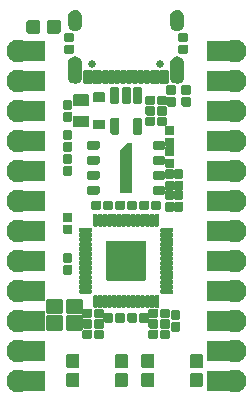
<source format=gbr>
%TF.GenerationSoftware,KiCad,Pcbnew,(5.1.10-6-gecec324121)-1*%
%TF.CreationDate,2021-07-07T13:29:09-07:00*%
%TF.ProjectId,SparkFun_ProMicro-RP2040,53706172-6b46-4756-9e5f-50726f4d6963,rev?*%
%TF.SameCoordinates,Original*%
%TF.FileFunction,Soldermask,Top*%
%TF.FilePolarity,Negative*%
%FSLAX46Y46*%
G04 Gerber Fmt 4.6, Leading zero omitted, Abs format (unit mm)*
G04 Created by KiCad (PCBNEW (5.1.10-6-gecec324121)-1) date 2021-07-07 13:29:09*
%MOMM*%
%LPD*%
G01*
G04 APERTURE LIST*
%ADD10C,0.100000*%
%ADD11C,1.953200*%
%ADD12C,1.219200*%
%ADD13O,0.803200X1.403200*%
%ADD14C,0.650000*%
G04 APERTURE END LIST*
D10*
%TO.C,J3*%
G36*
X139611100Y-119418100D02*
G01*
X141643100Y-119418100D01*
X141643100Y-120243600D01*
X141643100Y-121069100D01*
X139611100Y-121069100D01*
X139611100Y-119418100D01*
G37*
G36*
X139611100Y-116878100D02*
G01*
X141643100Y-116878100D01*
X141643100Y-117703600D01*
X141643100Y-118529100D01*
X139611100Y-118529100D01*
X139611100Y-116878100D01*
G37*
G36*
X139611100Y-111798100D02*
G01*
X141643100Y-111798100D01*
X141643100Y-112623600D01*
X141643100Y-113449100D01*
X139611100Y-113449100D01*
X139611100Y-111798100D01*
G37*
G36*
X139611100Y-114338100D02*
G01*
X141643100Y-114338100D01*
X141643100Y-115163600D01*
X141643100Y-115989100D01*
X139611100Y-115989100D01*
X139611100Y-114338100D01*
G37*
G36*
X139611100Y-109258100D02*
G01*
X141643100Y-109258100D01*
X141643100Y-110083600D01*
X141643100Y-110909100D01*
X139611100Y-110909100D01*
X139611100Y-109258100D01*
G37*
G36*
X139611100Y-91478100D02*
G01*
X141643100Y-91478100D01*
X141643100Y-92303600D01*
X141643100Y-93129100D01*
X139611100Y-93129100D01*
X139611100Y-91478100D01*
G37*
G36*
X139611100Y-99098100D02*
G01*
X141643100Y-99098100D01*
X141643100Y-99923600D01*
X141643100Y-100749100D01*
X139611100Y-100749100D01*
X139611100Y-99098100D01*
G37*
G36*
X139611100Y-94018100D02*
G01*
X141643100Y-94018100D01*
X141643100Y-94843600D01*
X141643100Y-95669100D01*
X139611100Y-95669100D01*
X139611100Y-94018100D01*
G37*
G36*
X139611100Y-96558100D02*
G01*
X141643100Y-96558100D01*
X141643100Y-97383600D01*
X141643100Y-98209100D01*
X139611100Y-98209100D01*
X139611100Y-96558100D01*
G37*
G36*
X139611100Y-106718100D02*
G01*
X141643100Y-106718100D01*
X141643100Y-107543600D01*
X141643100Y-108369100D01*
X139611100Y-108369100D01*
X139611100Y-106718100D01*
G37*
G36*
X139611100Y-101638100D02*
G01*
X141643100Y-101638100D01*
X141643100Y-102463600D01*
X141643100Y-103289100D01*
X139611100Y-103289100D01*
X139611100Y-101638100D01*
G37*
G36*
X139611100Y-104178100D02*
G01*
X141643100Y-104178100D01*
X141643100Y-105003600D01*
X141643100Y-105829100D01*
X139611100Y-105829100D01*
X139611100Y-104178100D01*
G37*
%TO.C,J4*%
G36*
X157391100Y-93129100D02*
G01*
X155359100Y-93129100D01*
X155359100Y-92303600D01*
X155359100Y-91478100D01*
X157391100Y-91478100D01*
X157391100Y-93129100D01*
G37*
G36*
X157391100Y-95669100D02*
G01*
X155359100Y-95669100D01*
X155359100Y-94843600D01*
X155359100Y-94018100D01*
X157391100Y-94018100D01*
X157391100Y-95669100D01*
G37*
G36*
X157391100Y-100749100D02*
G01*
X155359100Y-100749100D01*
X155359100Y-99923600D01*
X155359100Y-99098100D01*
X157391100Y-99098100D01*
X157391100Y-100749100D01*
G37*
G36*
X157391100Y-98209100D02*
G01*
X155359100Y-98209100D01*
X155359100Y-97383600D01*
X155359100Y-96558100D01*
X157391100Y-96558100D01*
X157391100Y-98209100D01*
G37*
G36*
X157391100Y-103289100D02*
G01*
X155359100Y-103289100D01*
X155359100Y-102463600D01*
X155359100Y-101638100D01*
X157391100Y-101638100D01*
X157391100Y-103289100D01*
G37*
G36*
X157391100Y-121069100D02*
G01*
X155359100Y-121069100D01*
X155359100Y-120243600D01*
X155359100Y-119418100D01*
X157391100Y-119418100D01*
X157391100Y-121069100D01*
G37*
G36*
X157391100Y-113449100D02*
G01*
X155359100Y-113449100D01*
X155359100Y-112623600D01*
X155359100Y-111798100D01*
X157391100Y-111798100D01*
X157391100Y-113449100D01*
G37*
G36*
X157391100Y-118529100D02*
G01*
X155359100Y-118529100D01*
X155359100Y-117703600D01*
X155359100Y-116878100D01*
X157391100Y-116878100D01*
X157391100Y-118529100D01*
G37*
G36*
X157391100Y-115989100D02*
G01*
X155359100Y-115989100D01*
X155359100Y-115163600D01*
X155359100Y-114338100D01*
X157391100Y-114338100D01*
X157391100Y-115989100D01*
G37*
G36*
X157391100Y-105829100D02*
G01*
X155359100Y-105829100D01*
X155359100Y-105003600D01*
X155359100Y-104178100D01*
X157391100Y-104178100D01*
X157391100Y-105829100D01*
G37*
G36*
X157391100Y-110909100D02*
G01*
X155359100Y-110909100D01*
X155359100Y-110083600D01*
X155359100Y-109258100D01*
X157391100Y-109258100D01*
X157391100Y-110909100D01*
G37*
G36*
X157391100Y-108369100D02*
G01*
X155359100Y-108369100D01*
X155359100Y-107543600D01*
X155359100Y-106718100D01*
X157391100Y-106718100D01*
X157391100Y-108369100D01*
G37*
%TO.C,J5*%
G36*
X153421100Y-89443600D02*
G01*
X153421100Y-90043600D01*
X153392384Y-90229905D01*
X153307502Y-90398218D01*
X153174763Y-90532063D01*
X153007160Y-90618339D01*
X152821100Y-90648600D01*
X152635040Y-90618339D01*
X152467437Y-90532063D01*
X152334698Y-90398218D01*
X152221100Y-90043600D01*
X152221100Y-89443600D01*
X152251116Y-89259085D01*
X152336682Y-89092876D01*
X152469421Y-88961243D01*
X152821100Y-88848600D01*
X153005860Y-88877071D01*
X153172779Y-88961243D01*
X153305518Y-89092876D01*
X153421100Y-89443600D01*
G37*
G36*
X144781100Y-89443600D02*
G01*
X144781100Y-90043600D01*
X144752384Y-90229905D01*
X144667502Y-90398218D01*
X144534763Y-90532063D01*
X144367160Y-90618339D01*
X144181100Y-90648600D01*
X143995040Y-90618339D01*
X143827437Y-90532063D01*
X143694698Y-90398218D01*
X143581100Y-90043600D01*
X143581100Y-89443600D01*
X143611116Y-89259085D01*
X143696682Y-89092876D01*
X143829421Y-88961243D01*
X144181100Y-88848600D01*
X144365860Y-88877071D01*
X144532779Y-88961243D01*
X144665518Y-89092876D01*
X144781100Y-89443600D01*
G37*
G36*
X144781100Y-93323600D02*
G01*
X144781100Y-94523600D01*
X144745882Y-94700956D01*
X144657582Y-94858749D01*
X144524843Y-94981532D01*
X144181100Y-95078600D01*
X144001541Y-95057288D01*
X143837357Y-94981532D01*
X143704618Y-94858749D01*
X143616318Y-94700956D01*
X143581100Y-94523600D01*
X143581100Y-93323600D01*
X143617618Y-93148034D01*
X143706602Y-92992345D01*
X143839341Y-92871774D01*
X144181100Y-92778600D01*
X144359358Y-92798122D01*
X144522859Y-92871774D01*
X144655598Y-92992345D01*
X144781100Y-93323600D01*
G37*
G36*
X153421100Y-93323600D02*
G01*
X153421100Y-94523600D01*
X153385882Y-94700956D01*
X153297582Y-94858749D01*
X153164843Y-94981532D01*
X152821100Y-95078600D01*
X152641541Y-95057288D01*
X152477357Y-94981532D01*
X152344618Y-94858749D01*
X152256318Y-94700956D01*
X152221100Y-94523600D01*
X152221100Y-93323600D01*
X152257618Y-93148034D01*
X152346602Y-92992345D01*
X152479341Y-92871774D01*
X152821100Y-92778600D01*
X152999358Y-92798122D01*
X153162859Y-92871774D01*
X153295598Y-92992345D01*
X153421100Y-93323600D01*
G37*
%TO.C,U4*%
G36*
X147971100Y-100734600D02*
G01*
X148621100Y-100084600D01*
X149031100Y-100084600D01*
X149031100Y-104309600D01*
X147971100Y-104309600D01*
X147971100Y-100734600D01*
G37*
%TD*%
%TO.C,R11*%
G36*
G01*
X143248100Y-97482000D02*
X143848100Y-97482000D01*
G75*
G02*
X143949700Y-97583600I0J-101600D01*
G01*
X143949700Y-98183600D01*
G75*
G02*
X143848100Y-98285200I-101600J0D01*
G01*
X143248100Y-98285200D01*
G75*
G02*
X143146500Y-98183600I0J101600D01*
G01*
X143146500Y-97583600D01*
G75*
G02*
X143248100Y-97482000I101600J0D01*
G01*
G37*
G36*
G01*
X143248100Y-96482000D02*
X143848100Y-96482000D01*
G75*
G02*
X143949700Y-96583600I0J-101600D01*
G01*
X143949700Y-97183600D01*
G75*
G02*
X143848100Y-97285200I-101600J0D01*
G01*
X143248100Y-97285200D01*
G75*
G02*
X143146500Y-97183600I0J101600D01*
G01*
X143146500Y-96583600D01*
G75*
G02*
X143248100Y-96482000I101600J0D01*
G01*
G37*
%TD*%
%TO.C,LED1*%
G36*
G01*
X140217980Y-89670000D02*
X141060220Y-89670000D01*
G75*
G02*
X141240700Y-89850480I0J-180480D01*
G01*
X141240700Y-90692720D01*
G75*
G02*
X141060220Y-90873200I-180480J0D01*
G01*
X140217980Y-90873200D01*
G75*
G02*
X140037500Y-90692720I0J180480D01*
G01*
X140037500Y-89850480D01*
G75*
G02*
X140217980Y-89670000I180480J0D01*
G01*
G37*
G36*
G01*
X141971980Y-89670000D02*
X142814220Y-89670000D01*
G75*
G02*
X142994700Y-89850480I0J-180480D01*
G01*
X142994700Y-90692720D01*
G75*
G02*
X142814220Y-90873200I-180480J0D01*
G01*
X141971980Y-90873200D01*
G75*
G02*
X141791500Y-90692720I0J180480D01*
G01*
X141791500Y-89850480D01*
G75*
G02*
X141971980Y-89670000I180480J0D01*
G01*
G37*
%TD*%
%TO.C,R2*%
G36*
G01*
X151393500Y-116606600D02*
X151393500Y-116006600D01*
G75*
G02*
X151495100Y-115905000I101600J0D01*
G01*
X152095100Y-115905000D01*
G75*
G02*
X152196700Y-116006600I0J-101600D01*
G01*
X152196700Y-116606600D01*
G75*
G02*
X152095100Y-116708200I-101600J0D01*
G01*
X151495100Y-116708200D01*
G75*
G02*
X151393500Y-116606600I0J101600D01*
G01*
G37*
G36*
G01*
X150393500Y-116606600D02*
X150393500Y-116006600D01*
G75*
G02*
X150495100Y-115905000I101600J0D01*
G01*
X151095100Y-115905000D01*
G75*
G02*
X151196700Y-116006600I0J-101600D01*
G01*
X151196700Y-116606600D01*
G75*
G02*
X151095100Y-116708200I-101600J0D01*
G01*
X150495100Y-116708200D01*
G75*
G02*
X150393500Y-116606600I0J101600D01*
G01*
G37*
%TD*%
%TO.C,C6*%
G36*
G01*
X150942700Y-96194600D02*
X150942700Y-96794600D01*
G75*
G02*
X150841100Y-96896200I-101600J0D01*
G01*
X150241100Y-96896200D01*
G75*
G02*
X150139500Y-96794600I0J101600D01*
G01*
X150139500Y-96194600D01*
G75*
G02*
X150241100Y-96093000I101600J0D01*
G01*
X150841100Y-96093000D01*
G75*
G02*
X150942700Y-96194600I0J-101600D01*
G01*
G37*
G36*
G01*
X151942700Y-96194600D02*
X151942700Y-96794600D01*
G75*
G02*
X151841100Y-96896200I-101600J0D01*
G01*
X151241100Y-96896200D01*
G75*
G02*
X151139500Y-96794600I0J101600D01*
G01*
X151139500Y-96194600D01*
G75*
G02*
X151241100Y-96093000I101600J0D01*
G01*
X151841100Y-96093000D01*
G75*
G02*
X151942700Y-96194600I0J-101600D01*
G01*
G37*
%TD*%
%TO.C,F1*%
G36*
G01*
X144091100Y-97782000D02*
X145291100Y-97782000D01*
G75*
G02*
X145392700Y-97883600I0J-101600D01*
G01*
X145392700Y-98683600D01*
G75*
G02*
X145291100Y-98785200I-101600J0D01*
G01*
X144091100Y-98785200D01*
G75*
G02*
X143989500Y-98683600I0J101600D01*
G01*
X143989500Y-97883600D01*
G75*
G02*
X144091100Y-97782000I101600J0D01*
G01*
G37*
G36*
G01*
X144091100Y-95982000D02*
X145291100Y-95982000D01*
G75*
G02*
X145392700Y-96083600I0J-101600D01*
G01*
X145392700Y-96883600D01*
G75*
G02*
X145291100Y-96985200I-101600J0D01*
G01*
X144091100Y-96985200D01*
G75*
G02*
X143989500Y-96883600I0J101600D01*
G01*
X143989500Y-96083600D01*
G75*
G02*
X144091100Y-95982000I101600J0D01*
G01*
G37*
%TD*%
%TO.C,D2*%
G36*
G01*
X145800100Y-98117000D02*
X146630100Y-98117000D01*
G75*
G02*
X146731700Y-98218600I0J-101600D01*
G01*
X146731700Y-98848600D01*
G75*
G02*
X146630100Y-98950200I-101600J0D01*
G01*
X145800100Y-98950200D01*
G75*
G02*
X145698500Y-98848600I0J101600D01*
G01*
X145698500Y-98218600D01*
G75*
G02*
X145800100Y-98117000I101600J0D01*
G01*
G37*
G36*
G01*
X145800100Y-95817000D02*
X146630100Y-95817000D01*
G75*
G02*
X146731700Y-95918600I0J-101600D01*
G01*
X146731700Y-96548600D01*
G75*
G02*
X146630100Y-96650200I-101600J0D01*
G01*
X145800100Y-96650200D01*
G75*
G02*
X145698500Y-96548600I0J101600D01*
G01*
X145698500Y-95918600D01*
G75*
G02*
X145800100Y-95817000I101600J0D01*
G01*
G37*
%TD*%
%TO.C,U1*%
G36*
G01*
X149827700Y-98083700D02*
X149827700Y-99283700D01*
G75*
G02*
X149726100Y-99385300I-101600J0D01*
G01*
X149176100Y-99385300D01*
G75*
G02*
X149074500Y-99283700I0J101600D01*
G01*
X149074500Y-98083700D01*
G75*
G02*
X149176100Y-97982100I101600J0D01*
G01*
X149726100Y-97982100D01*
G75*
G02*
X149827700Y-98083700I0J-101600D01*
G01*
G37*
G36*
G01*
X147927700Y-98083700D02*
X147927700Y-99283700D01*
G75*
G02*
X147826100Y-99385300I-101600J0D01*
G01*
X147276100Y-99385300D01*
G75*
G02*
X147174500Y-99283700I0J101600D01*
G01*
X147174500Y-98083700D01*
G75*
G02*
X147276100Y-97982100I101600J0D01*
G01*
X147826100Y-97982100D01*
G75*
G02*
X147927700Y-98083700I0J-101600D01*
G01*
G37*
G36*
G01*
X147927700Y-95483500D02*
X147927700Y-96683500D01*
G75*
G02*
X147826100Y-96785100I-101600J0D01*
G01*
X147276100Y-96785100D01*
G75*
G02*
X147174500Y-96683500I0J101600D01*
G01*
X147174500Y-95483500D01*
G75*
G02*
X147276100Y-95381900I101600J0D01*
G01*
X147826100Y-95381900D01*
G75*
G02*
X147927700Y-95483500I0J-101600D01*
G01*
G37*
G36*
G01*
X148877700Y-95483500D02*
X148877700Y-96683500D01*
G75*
G02*
X148776100Y-96785100I-101600J0D01*
G01*
X148226100Y-96785100D01*
G75*
G02*
X148124500Y-96683500I0J101600D01*
G01*
X148124500Y-95483500D01*
G75*
G02*
X148226100Y-95381900I101600J0D01*
G01*
X148776100Y-95381900D01*
G75*
G02*
X148877700Y-95483500I0J-101600D01*
G01*
G37*
G36*
G01*
X149827700Y-95483500D02*
X149827700Y-96683500D01*
G75*
G02*
X149726100Y-96785100I-101600J0D01*
G01*
X149176100Y-96785100D01*
G75*
G02*
X149074500Y-96683500I0J101600D01*
G01*
X149074500Y-95483500D01*
G75*
G02*
X149176100Y-95381900I101600J0D01*
G01*
X149726100Y-95381900D01*
G75*
G02*
X149827700Y-95483500I0J-101600D01*
G01*
G37*
%TD*%
%TO.C,R1*%
G36*
G01*
X143375100Y-91767000D02*
X143975100Y-91767000D01*
G75*
G02*
X144076700Y-91868600I0J-101600D01*
G01*
X144076700Y-92468600D01*
G75*
G02*
X143975100Y-92570200I-101600J0D01*
G01*
X143375100Y-92570200D01*
G75*
G02*
X143273500Y-92468600I0J101600D01*
G01*
X143273500Y-91868600D01*
G75*
G02*
X143375100Y-91767000I101600J0D01*
G01*
G37*
G36*
G01*
X143375100Y-90767000D02*
X143975100Y-90767000D01*
G75*
G02*
X144076700Y-90868600I0J-101600D01*
G01*
X144076700Y-91468600D01*
G75*
G02*
X143975100Y-91570200I-101600J0D01*
G01*
X143375100Y-91570200D01*
G75*
G02*
X143273500Y-91468600I0J101600D01*
G01*
X143273500Y-90868600D01*
G75*
G02*
X143375100Y-90767000I101600J0D01*
G01*
G37*
%TD*%
%TO.C,R3*%
G36*
G01*
X153027100Y-91767000D02*
X153627100Y-91767000D01*
G75*
G02*
X153728700Y-91868600I0J-101600D01*
G01*
X153728700Y-92468600D01*
G75*
G02*
X153627100Y-92570200I-101600J0D01*
G01*
X153027100Y-92570200D01*
G75*
G02*
X152925500Y-92468600I0J101600D01*
G01*
X152925500Y-91868600D01*
G75*
G02*
X153027100Y-91767000I101600J0D01*
G01*
G37*
G36*
G01*
X153027100Y-90767000D02*
X153627100Y-90767000D01*
G75*
G02*
X153728700Y-90868600I0J-101600D01*
G01*
X153728700Y-91468600D01*
G75*
G02*
X153627100Y-91570200I-101600J0D01*
G01*
X153027100Y-91570200D01*
G75*
G02*
X152925500Y-91468600I0J101600D01*
G01*
X152925500Y-90868600D01*
G75*
G02*
X153027100Y-90767000I101600J0D01*
G01*
G37*
%TD*%
%TO.C,C7*%
G36*
G01*
X150942700Y-97083600D02*
X150942700Y-97683600D01*
G75*
G02*
X150841100Y-97785200I-101600J0D01*
G01*
X150241100Y-97785200D01*
G75*
G02*
X150139500Y-97683600I0J101600D01*
G01*
X150139500Y-97083600D01*
G75*
G02*
X150241100Y-96982000I101600J0D01*
G01*
X150841100Y-96982000D01*
G75*
G02*
X150942700Y-97083600I0J-101600D01*
G01*
G37*
G36*
G01*
X151942700Y-97083600D02*
X151942700Y-97683600D01*
G75*
G02*
X151841100Y-97785200I-101600J0D01*
G01*
X151241100Y-97785200D01*
G75*
G02*
X151139500Y-97683600I0J101600D01*
G01*
X151139500Y-97083600D01*
G75*
G02*
X151241100Y-96982000I101600J0D01*
G01*
X151841100Y-96982000D01*
G75*
G02*
X151942700Y-97083600I0J-101600D01*
G01*
G37*
%TD*%
%TO.C,C8*%
G36*
G01*
X150942700Y-97972600D02*
X150942700Y-98572600D01*
G75*
G02*
X150841100Y-98674200I-101600J0D01*
G01*
X150241100Y-98674200D01*
G75*
G02*
X150139500Y-98572600I0J101600D01*
G01*
X150139500Y-97972600D01*
G75*
G02*
X150241100Y-97871000I101600J0D01*
G01*
X150841100Y-97871000D01*
G75*
G02*
X150942700Y-97972600I0J-101600D01*
G01*
G37*
G36*
G01*
X151942700Y-97972600D02*
X151942700Y-98572600D01*
G75*
G02*
X151841100Y-98674200I-101600J0D01*
G01*
X151241100Y-98674200D01*
G75*
G02*
X151139500Y-98572600I0J101600D01*
G01*
X151139500Y-97972600D01*
G75*
G02*
X151241100Y-97871000I101600J0D01*
G01*
X151841100Y-97871000D01*
G75*
G02*
X151942700Y-97972600I0J-101600D01*
G01*
G37*
%TD*%
%TO.C,S1*%
G36*
G01*
X155001600Y-119680000D02*
X155001600Y-120680000D01*
G75*
G02*
X154900000Y-120781600I-101600J0D01*
G01*
X154000000Y-120781600D01*
G75*
G02*
X153898400Y-120680000I0J101600D01*
G01*
X153898400Y-119680000D01*
G75*
G02*
X154000000Y-119578400I101600J0D01*
G01*
X154900000Y-119578400D01*
G75*
G02*
X155001600Y-119680000I0J-101600D01*
G01*
G37*
G36*
G01*
X155001600Y-118080000D02*
X155001600Y-119080000D01*
G75*
G02*
X154900000Y-119181600I-101600J0D01*
G01*
X154000000Y-119181600D01*
G75*
G02*
X153898400Y-119080000I0J101600D01*
G01*
X153898400Y-118080000D01*
G75*
G02*
X154000000Y-117978400I101600J0D01*
G01*
X154900000Y-117978400D01*
G75*
G02*
X155001600Y-118080000I0J-101600D01*
G01*
G37*
G36*
G01*
X150901600Y-118080000D02*
X150901600Y-119080000D01*
G75*
G02*
X150800000Y-119181600I-101600J0D01*
G01*
X149900000Y-119181600D01*
G75*
G02*
X149798400Y-119080000I0J101600D01*
G01*
X149798400Y-118080000D01*
G75*
G02*
X149900000Y-117978400I101600J0D01*
G01*
X150800000Y-117978400D01*
G75*
G02*
X150901600Y-118080000I0J-101600D01*
G01*
G37*
G36*
G01*
X150901600Y-119680000D02*
X150901600Y-120680000D01*
G75*
G02*
X150800000Y-120781600I-101600J0D01*
G01*
X149900000Y-120781600D01*
G75*
G02*
X149798400Y-120680000I0J101600D01*
G01*
X149798400Y-119680000D01*
G75*
G02*
X149900000Y-119578400I101600J0D01*
G01*
X150800000Y-119578400D01*
G75*
G02*
X150901600Y-119680000I0J-101600D01*
G01*
G37*
%TD*%
D11*
%TO.C,J3*%
X139311100Y-120243600D03*
X139311100Y-117703600D03*
X139311100Y-115163600D03*
X139311100Y-112623600D03*
X139311100Y-110083600D03*
X139311100Y-107543600D03*
X139311100Y-105003600D03*
X139311100Y-102463600D03*
X139311100Y-99923600D03*
X139311100Y-97383600D03*
X139311100Y-94843600D03*
X139311100Y-92303600D03*
D12*
X140881100Y-120243600D03*
X140881100Y-117703600D03*
X140881100Y-112623600D03*
X140881100Y-115163600D03*
X140881100Y-110083600D03*
X140881100Y-92303600D03*
X140881100Y-99923600D03*
X140881100Y-94843600D03*
X140881100Y-97383600D03*
X140881100Y-107543600D03*
X140881100Y-102463600D03*
X140881100Y-105003600D03*
%TD*%
D11*
%TO.C,J4*%
X157691100Y-92303600D03*
X157691100Y-94843600D03*
X157691100Y-97383600D03*
X157691100Y-99923600D03*
X157691100Y-102463600D03*
X157691100Y-105003600D03*
X157691100Y-107543600D03*
X157691100Y-110083600D03*
X157691100Y-112623600D03*
X157691100Y-115163600D03*
X157691100Y-117703600D03*
X157691100Y-120243600D03*
D12*
X156121100Y-92303600D03*
X156121100Y-94843600D03*
X156121100Y-99923600D03*
X156121100Y-97383600D03*
X156121100Y-102463600D03*
X156121100Y-120243600D03*
X156121100Y-112623600D03*
X156121100Y-117703600D03*
X156121100Y-115163600D03*
X156121100Y-105003600D03*
X156121100Y-110083600D03*
X156121100Y-107543600D03*
%TD*%
%TO.C,R5*%
G36*
G01*
X151393500Y-114828600D02*
X151393500Y-114228600D01*
G75*
G02*
X151495100Y-114127000I101600J0D01*
G01*
X152095100Y-114127000D01*
G75*
G02*
X152196700Y-114228600I0J-101600D01*
G01*
X152196700Y-114828600D01*
G75*
G02*
X152095100Y-114930200I-101600J0D01*
G01*
X151495100Y-114930200D01*
G75*
G02*
X151393500Y-114828600I0J101600D01*
G01*
G37*
G36*
G01*
X150393500Y-114828600D02*
X150393500Y-114228600D01*
G75*
G02*
X150495100Y-114127000I101600J0D01*
G01*
X151095100Y-114127000D01*
G75*
G02*
X151196700Y-114228600I0J-101600D01*
G01*
X151196700Y-114828600D01*
G75*
G02*
X151095100Y-114930200I-101600J0D01*
G01*
X150495100Y-114930200D01*
G75*
G02*
X150393500Y-114828600I0J101600D01*
G01*
G37*
%TD*%
%TO.C,R7*%
G36*
G01*
X151393500Y-115717600D02*
X151393500Y-115117600D01*
G75*
G02*
X151495100Y-115016000I101600J0D01*
G01*
X152095100Y-115016000D01*
G75*
G02*
X152196700Y-115117600I0J-101600D01*
G01*
X152196700Y-115717600D01*
G75*
G02*
X152095100Y-115819200I-101600J0D01*
G01*
X151495100Y-115819200D01*
G75*
G02*
X151393500Y-115717600I0J101600D01*
G01*
G37*
G36*
G01*
X150393500Y-115717600D02*
X150393500Y-115117600D01*
G75*
G02*
X150495100Y-115016000I101600J0D01*
G01*
X151095100Y-115016000D01*
G75*
G02*
X151196700Y-115117600I0J-101600D01*
G01*
X151196700Y-115717600D01*
G75*
G02*
X151095100Y-115819200I-101600J0D01*
G01*
X150495100Y-115819200D01*
G75*
G02*
X150393500Y-115717600I0J101600D01*
G01*
G37*
%TD*%
D13*
%TO.C,J5*%
X152819100Y-93928600D03*
X144183100Y-93928600D03*
X144183100Y-89748600D03*
X152819100Y-89748600D03*
D14*
X145611100Y-93398600D03*
X151391100Y-93398600D03*
G36*
G01*
X149499500Y-95003600D02*
X149499500Y-94003600D01*
G75*
G02*
X149601100Y-93902000I101600J0D01*
G01*
X149901100Y-93902000D01*
G75*
G02*
X150002700Y-94003600I0J-101600D01*
G01*
X150002700Y-95003600D01*
G75*
G02*
X149901100Y-95105200I-101600J0D01*
G01*
X149601100Y-95105200D01*
G75*
G02*
X149499500Y-95003600I0J101600D01*
G01*
G37*
G36*
G01*
X149999500Y-95003600D02*
X149999500Y-94003600D01*
G75*
G02*
X150101100Y-93902000I101600J0D01*
G01*
X150401100Y-93902000D01*
G75*
G02*
X150502700Y-94003600I0J-101600D01*
G01*
X150502700Y-95003600D01*
G75*
G02*
X150401100Y-95105200I-101600J0D01*
G01*
X150101100Y-95105200D01*
G75*
G02*
X149999500Y-95003600I0J101600D01*
G01*
G37*
G36*
G01*
X150549500Y-95003600D02*
X150549500Y-94003600D01*
G75*
G02*
X150651100Y-93902000I101600J0D01*
G01*
X151251100Y-93902000D01*
G75*
G02*
X151352700Y-94003600I0J-101600D01*
G01*
X151352700Y-95003600D01*
G75*
G02*
X151251100Y-95105200I-101600J0D01*
G01*
X150651100Y-95105200D01*
G75*
G02*
X150549500Y-95003600I0J101600D01*
G01*
G37*
G36*
G01*
X151324500Y-95003600D02*
X151324500Y-94003600D01*
G75*
G02*
X151426100Y-93902000I101600J0D01*
G01*
X152026100Y-93902000D01*
G75*
G02*
X152127700Y-94003600I0J-101600D01*
G01*
X152127700Y-95003600D01*
G75*
G02*
X152026100Y-95105200I-101600J0D01*
G01*
X151426100Y-95105200D01*
G75*
G02*
X151324500Y-95003600I0J101600D01*
G01*
G37*
G36*
G01*
X148499500Y-95003600D02*
X148499500Y-94003600D01*
G75*
G02*
X148601100Y-93902000I101600J0D01*
G01*
X148901100Y-93902000D01*
G75*
G02*
X149002700Y-94003600I0J-101600D01*
G01*
X149002700Y-95003600D01*
G75*
G02*
X148901100Y-95105200I-101600J0D01*
G01*
X148601100Y-95105200D01*
G75*
G02*
X148499500Y-95003600I0J101600D01*
G01*
G37*
G36*
G01*
X148999500Y-95003600D02*
X148999500Y-94003600D01*
G75*
G02*
X149101100Y-93902000I101600J0D01*
G01*
X149401100Y-93902000D01*
G75*
G02*
X149502700Y-94003600I0J-101600D01*
G01*
X149502700Y-95003600D01*
G75*
G02*
X149401100Y-95105200I-101600J0D01*
G01*
X149101100Y-95105200D01*
G75*
G02*
X148999500Y-95003600I0J101600D01*
G01*
G37*
G36*
G01*
X147502700Y-94003600D02*
X147502700Y-95003600D01*
G75*
G02*
X147401100Y-95105200I-101600J0D01*
G01*
X147101100Y-95105200D01*
G75*
G02*
X146999500Y-95003600I0J101600D01*
G01*
X146999500Y-94003600D01*
G75*
G02*
X147101100Y-93902000I101600J0D01*
G01*
X147401100Y-93902000D01*
G75*
G02*
X147502700Y-94003600I0J-101600D01*
G01*
G37*
G36*
G01*
X147002700Y-94003600D02*
X147002700Y-95003600D01*
G75*
G02*
X146901100Y-95105200I-101600J0D01*
G01*
X146601100Y-95105200D01*
G75*
G02*
X146499500Y-95003600I0J101600D01*
G01*
X146499500Y-94003600D01*
G75*
G02*
X146601100Y-93902000I101600J0D01*
G01*
X146901100Y-93902000D01*
G75*
G02*
X147002700Y-94003600I0J-101600D01*
G01*
G37*
G36*
G01*
X146452700Y-94003600D02*
X146452700Y-95003600D01*
G75*
G02*
X146351100Y-95105200I-101600J0D01*
G01*
X145751100Y-95105200D01*
G75*
G02*
X145649500Y-95003600I0J101600D01*
G01*
X145649500Y-94003600D01*
G75*
G02*
X145751100Y-93902000I101600J0D01*
G01*
X146351100Y-93902000D01*
G75*
G02*
X146452700Y-94003600I0J-101600D01*
G01*
G37*
G36*
G01*
X145677700Y-94003600D02*
X145677700Y-95003600D01*
G75*
G02*
X145576100Y-95105200I-101600J0D01*
G01*
X144976100Y-95105200D01*
G75*
G02*
X144874500Y-95003600I0J101600D01*
G01*
X144874500Y-94003600D01*
G75*
G02*
X144976100Y-93902000I101600J0D01*
G01*
X145576100Y-93902000D01*
G75*
G02*
X145677700Y-94003600I0J-101600D01*
G01*
G37*
G36*
G01*
X148502700Y-94003600D02*
X148502700Y-95003600D01*
G75*
G02*
X148401100Y-95105200I-101600J0D01*
G01*
X148101100Y-95105200D01*
G75*
G02*
X147999500Y-95003600I0J101600D01*
G01*
X147999500Y-94003600D01*
G75*
G02*
X148101100Y-93902000I101600J0D01*
G01*
X148401100Y-93902000D01*
G75*
G02*
X148502700Y-94003600I0J-101600D01*
G01*
G37*
G36*
G01*
X148002700Y-94003600D02*
X148002700Y-95003600D01*
G75*
G02*
X147901100Y-95105200I-101600J0D01*
G01*
X147601100Y-95105200D01*
G75*
G02*
X147499500Y-95003600I0J101600D01*
G01*
X147499500Y-94003600D01*
G75*
G02*
X147601100Y-93902000I101600J0D01*
G01*
X147901100Y-93902000D01*
G75*
G02*
X148002700Y-94003600I0J-101600D01*
G01*
G37*
%TD*%
%TO.C,C11*%
G36*
G01*
X145608700Y-116006600D02*
X145608700Y-116606600D01*
G75*
G02*
X145507100Y-116708200I-101600J0D01*
G01*
X144907100Y-116708200D01*
G75*
G02*
X144805500Y-116606600I0J101600D01*
G01*
X144805500Y-116006600D01*
G75*
G02*
X144907100Y-115905000I101600J0D01*
G01*
X145507100Y-115905000D01*
G75*
G02*
X145608700Y-116006600I0J-101600D01*
G01*
G37*
G36*
G01*
X146608700Y-116006600D02*
X146608700Y-116606600D01*
G75*
G02*
X146507100Y-116708200I-101600J0D01*
G01*
X145907100Y-116708200D01*
G75*
G02*
X145805500Y-116606600I0J101600D01*
G01*
X145805500Y-116006600D01*
G75*
G02*
X145907100Y-115905000I101600J0D01*
G01*
X146507100Y-115905000D01*
G75*
G02*
X146608700Y-116006600I0J-101600D01*
G01*
G37*
%TD*%
%TO.C,C13*%
G36*
G01*
X145608700Y-114228600D02*
X145608700Y-114828600D01*
G75*
G02*
X145507100Y-114930200I-101600J0D01*
G01*
X144907100Y-114930200D01*
G75*
G02*
X144805500Y-114828600I0J101600D01*
G01*
X144805500Y-114228600D01*
G75*
G02*
X144907100Y-114127000I101600J0D01*
G01*
X145507100Y-114127000D01*
G75*
G02*
X145608700Y-114228600I0J-101600D01*
G01*
G37*
G36*
G01*
X146608700Y-114228600D02*
X146608700Y-114828600D01*
G75*
G02*
X146507100Y-114930200I-101600J0D01*
G01*
X145907100Y-114930200D01*
G75*
G02*
X145805500Y-114828600I0J101600D01*
G01*
X145805500Y-114228600D01*
G75*
G02*
X145907100Y-114127000I101600J0D01*
G01*
X146507100Y-114127000D01*
G75*
G02*
X146608700Y-114228600I0J-101600D01*
G01*
G37*
%TD*%
%TO.C,U2*%
G36*
G01*
X145780140Y-106108000D02*
X146022060Y-106108000D01*
G75*
G02*
X146102700Y-106188640I0J-80640D01*
G01*
X146102700Y-107105560D01*
G75*
G02*
X146022060Y-107186200I-80640J0D01*
G01*
X145780140Y-107186200D01*
G75*
G02*
X145699500Y-107105560I0J80640D01*
G01*
X145699500Y-106188640D01*
G75*
G02*
X145780140Y-106108000I80640J0D01*
G01*
G37*
G36*
G01*
X146422060Y-107186200D02*
X146180140Y-107186200D01*
G75*
G02*
X146099500Y-107105560I0J80640D01*
G01*
X146099500Y-106188640D01*
G75*
G02*
X146180140Y-106108000I80640J0D01*
G01*
X146422060Y-106108000D01*
G75*
G02*
X146502700Y-106188640I0J-80640D01*
G01*
X146502700Y-107105560D01*
G75*
G02*
X146422060Y-107186200I-80640J0D01*
G01*
G37*
G36*
G01*
X146822060Y-107186200D02*
X146580140Y-107186200D01*
G75*
G02*
X146499500Y-107105560I0J80640D01*
G01*
X146499500Y-106188640D01*
G75*
G02*
X146580140Y-106108000I80640J0D01*
G01*
X146822060Y-106108000D01*
G75*
G02*
X146902700Y-106188640I0J-80640D01*
G01*
X146902700Y-107105560D01*
G75*
G02*
X146822060Y-107186200I-80640J0D01*
G01*
G37*
G36*
G01*
X147222060Y-107186200D02*
X146980140Y-107186200D01*
G75*
G02*
X146899500Y-107105560I0J80640D01*
G01*
X146899500Y-106188640D01*
G75*
G02*
X146980140Y-106108000I80640J0D01*
G01*
X147222060Y-106108000D01*
G75*
G02*
X147302700Y-106188640I0J-80640D01*
G01*
X147302700Y-107105560D01*
G75*
G02*
X147222060Y-107186200I-80640J0D01*
G01*
G37*
G36*
G01*
X147622060Y-107186200D02*
X147380140Y-107186200D01*
G75*
G02*
X147299500Y-107105560I0J80640D01*
G01*
X147299500Y-106188640D01*
G75*
G02*
X147380140Y-106108000I80640J0D01*
G01*
X147622060Y-106108000D01*
G75*
G02*
X147702700Y-106188640I0J-80640D01*
G01*
X147702700Y-107105560D01*
G75*
G02*
X147622060Y-107186200I-80640J0D01*
G01*
G37*
G36*
G01*
X148022060Y-107186200D02*
X147780140Y-107186200D01*
G75*
G02*
X147699500Y-107105560I0J80640D01*
G01*
X147699500Y-106188640D01*
G75*
G02*
X147780140Y-106108000I80640J0D01*
G01*
X148022060Y-106108000D01*
G75*
G02*
X148102700Y-106188640I0J-80640D01*
G01*
X148102700Y-107105560D01*
G75*
G02*
X148022060Y-107186200I-80640J0D01*
G01*
G37*
G36*
G01*
X148422060Y-107186200D02*
X148180140Y-107186200D01*
G75*
G02*
X148099500Y-107105560I0J80640D01*
G01*
X148099500Y-106188640D01*
G75*
G02*
X148180140Y-106108000I80640J0D01*
G01*
X148422060Y-106108000D01*
G75*
G02*
X148502700Y-106188640I0J-80640D01*
G01*
X148502700Y-107105560D01*
G75*
G02*
X148422060Y-107186200I-80640J0D01*
G01*
G37*
G36*
G01*
X148580140Y-106108000D02*
X148822060Y-106108000D01*
G75*
G02*
X148902700Y-106188640I0J-80640D01*
G01*
X148902700Y-107105560D01*
G75*
G02*
X148822060Y-107186200I-80640J0D01*
G01*
X148580140Y-107186200D01*
G75*
G02*
X148499500Y-107105560I0J80640D01*
G01*
X148499500Y-106188640D01*
G75*
G02*
X148580140Y-106108000I80640J0D01*
G01*
G37*
G36*
G01*
X149222060Y-107186200D02*
X148980140Y-107186200D01*
G75*
G02*
X148899500Y-107105560I0J80640D01*
G01*
X148899500Y-106188640D01*
G75*
G02*
X148980140Y-106108000I80640J0D01*
G01*
X149222060Y-106108000D01*
G75*
G02*
X149302700Y-106188640I0J-80640D01*
G01*
X149302700Y-107105560D01*
G75*
G02*
X149222060Y-107186200I-80640J0D01*
G01*
G37*
G36*
G01*
X149622060Y-107186200D02*
X149380140Y-107186200D01*
G75*
G02*
X149299500Y-107105560I0J80640D01*
G01*
X149299500Y-106188640D01*
G75*
G02*
X149380140Y-106108000I80640J0D01*
G01*
X149622060Y-106108000D01*
G75*
G02*
X149702700Y-106188640I0J-80640D01*
G01*
X149702700Y-107105560D01*
G75*
G02*
X149622060Y-107186200I-80640J0D01*
G01*
G37*
G36*
G01*
X150022060Y-107186200D02*
X149780140Y-107186200D01*
G75*
G02*
X149699500Y-107105560I0J80640D01*
G01*
X149699500Y-106188640D01*
G75*
G02*
X149780140Y-106108000I80640J0D01*
G01*
X150022060Y-106108000D01*
G75*
G02*
X150102700Y-106188640I0J-80640D01*
G01*
X150102700Y-107105560D01*
G75*
G02*
X150022060Y-107186200I-80640J0D01*
G01*
G37*
G36*
G01*
X150422060Y-107186200D02*
X150180140Y-107186200D01*
G75*
G02*
X150099500Y-107105560I0J80640D01*
G01*
X150099500Y-106188640D01*
G75*
G02*
X150180140Y-106108000I80640J0D01*
G01*
X150422060Y-106108000D01*
G75*
G02*
X150502700Y-106188640I0J-80640D01*
G01*
X150502700Y-107105560D01*
G75*
G02*
X150422060Y-107186200I-80640J0D01*
G01*
G37*
G36*
G01*
X150822060Y-107186200D02*
X150580140Y-107186200D01*
G75*
G02*
X150499500Y-107105560I0J80640D01*
G01*
X150499500Y-106188640D01*
G75*
G02*
X150580140Y-106108000I80640J0D01*
G01*
X150822060Y-106108000D01*
G75*
G02*
X150902700Y-106188640I0J-80640D01*
G01*
X150902700Y-107105560D01*
G75*
G02*
X150822060Y-107186200I-80640J0D01*
G01*
G37*
G36*
G01*
X151222060Y-107186200D02*
X150980140Y-107186200D01*
G75*
G02*
X150899500Y-107105560I0J80640D01*
G01*
X150899500Y-106188640D01*
G75*
G02*
X150980140Y-106108000I80640J0D01*
G01*
X151222060Y-106108000D01*
G75*
G02*
X151302700Y-106188640I0J-80640D01*
G01*
X151302700Y-107105560D01*
G75*
G02*
X151222060Y-107186200I-80640J0D01*
G01*
G37*
G36*
G01*
X152476700Y-107362640D02*
X152476700Y-107604560D01*
G75*
G02*
X152396060Y-107685200I-80640J0D01*
G01*
X151479140Y-107685200D01*
G75*
G02*
X151398500Y-107604560I0J80640D01*
G01*
X151398500Y-107362640D01*
G75*
G02*
X151479140Y-107282000I80640J0D01*
G01*
X152396060Y-107282000D01*
G75*
G02*
X152476700Y-107362640I0J-80640D01*
G01*
G37*
G36*
G01*
X151398500Y-108004560D02*
X151398500Y-107762640D01*
G75*
G02*
X151479140Y-107682000I80640J0D01*
G01*
X152396060Y-107682000D01*
G75*
G02*
X152476700Y-107762640I0J-80640D01*
G01*
X152476700Y-108004560D01*
G75*
G02*
X152396060Y-108085200I-80640J0D01*
G01*
X151479140Y-108085200D01*
G75*
G02*
X151398500Y-108004560I0J80640D01*
G01*
G37*
G36*
G01*
X151398500Y-108404560D02*
X151398500Y-108162640D01*
G75*
G02*
X151479140Y-108082000I80640J0D01*
G01*
X152396060Y-108082000D01*
G75*
G02*
X152476700Y-108162640I0J-80640D01*
G01*
X152476700Y-108404560D01*
G75*
G02*
X152396060Y-108485200I-80640J0D01*
G01*
X151479140Y-108485200D01*
G75*
G02*
X151398500Y-108404560I0J80640D01*
G01*
G37*
G36*
G01*
X151398500Y-108804560D02*
X151398500Y-108562640D01*
G75*
G02*
X151479140Y-108482000I80640J0D01*
G01*
X152396060Y-108482000D01*
G75*
G02*
X152476700Y-108562640I0J-80640D01*
G01*
X152476700Y-108804560D01*
G75*
G02*
X152396060Y-108885200I-80640J0D01*
G01*
X151479140Y-108885200D01*
G75*
G02*
X151398500Y-108804560I0J80640D01*
G01*
G37*
G36*
G01*
X151398500Y-109204560D02*
X151398500Y-108962640D01*
G75*
G02*
X151479140Y-108882000I80640J0D01*
G01*
X152396060Y-108882000D01*
G75*
G02*
X152476700Y-108962640I0J-80640D01*
G01*
X152476700Y-109204560D01*
G75*
G02*
X152396060Y-109285200I-80640J0D01*
G01*
X151479140Y-109285200D01*
G75*
G02*
X151398500Y-109204560I0J80640D01*
G01*
G37*
G36*
G01*
X151398500Y-109604560D02*
X151398500Y-109362640D01*
G75*
G02*
X151479140Y-109282000I80640J0D01*
G01*
X152396060Y-109282000D01*
G75*
G02*
X152476700Y-109362640I0J-80640D01*
G01*
X152476700Y-109604560D01*
G75*
G02*
X152396060Y-109685200I-80640J0D01*
G01*
X151479140Y-109685200D01*
G75*
G02*
X151398500Y-109604560I0J80640D01*
G01*
G37*
G36*
G01*
X151398500Y-110004560D02*
X151398500Y-109762640D01*
G75*
G02*
X151479140Y-109682000I80640J0D01*
G01*
X152396060Y-109682000D01*
G75*
G02*
X152476700Y-109762640I0J-80640D01*
G01*
X152476700Y-110004560D01*
G75*
G02*
X152396060Y-110085200I-80640J0D01*
G01*
X151479140Y-110085200D01*
G75*
G02*
X151398500Y-110004560I0J80640D01*
G01*
G37*
G36*
G01*
X152476700Y-110162640D02*
X152476700Y-110404560D01*
G75*
G02*
X152396060Y-110485200I-80640J0D01*
G01*
X151479140Y-110485200D01*
G75*
G02*
X151398500Y-110404560I0J80640D01*
G01*
X151398500Y-110162640D01*
G75*
G02*
X151479140Y-110082000I80640J0D01*
G01*
X152396060Y-110082000D01*
G75*
G02*
X152476700Y-110162640I0J-80640D01*
G01*
G37*
G36*
G01*
X151398500Y-110804560D02*
X151398500Y-110562640D01*
G75*
G02*
X151479140Y-110482000I80640J0D01*
G01*
X152396060Y-110482000D01*
G75*
G02*
X152476700Y-110562640I0J-80640D01*
G01*
X152476700Y-110804560D01*
G75*
G02*
X152396060Y-110885200I-80640J0D01*
G01*
X151479140Y-110885200D01*
G75*
G02*
X151398500Y-110804560I0J80640D01*
G01*
G37*
G36*
G01*
X151398500Y-111204560D02*
X151398500Y-110962640D01*
G75*
G02*
X151479140Y-110882000I80640J0D01*
G01*
X152396060Y-110882000D01*
G75*
G02*
X152476700Y-110962640I0J-80640D01*
G01*
X152476700Y-111204560D01*
G75*
G02*
X152396060Y-111285200I-80640J0D01*
G01*
X151479140Y-111285200D01*
G75*
G02*
X151398500Y-111204560I0J80640D01*
G01*
G37*
G36*
G01*
X151398500Y-111604560D02*
X151398500Y-111362640D01*
G75*
G02*
X151479140Y-111282000I80640J0D01*
G01*
X152396060Y-111282000D01*
G75*
G02*
X152476700Y-111362640I0J-80640D01*
G01*
X152476700Y-111604560D01*
G75*
G02*
X152396060Y-111685200I-80640J0D01*
G01*
X151479140Y-111685200D01*
G75*
G02*
X151398500Y-111604560I0J80640D01*
G01*
G37*
G36*
G01*
X151398500Y-112004560D02*
X151398500Y-111762640D01*
G75*
G02*
X151479140Y-111682000I80640J0D01*
G01*
X152396060Y-111682000D01*
G75*
G02*
X152476700Y-111762640I0J-80640D01*
G01*
X152476700Y-112004560D01*
G75*
G02*
X152396060Y-112085200I-80640J0D01*
G01*
X151479140Y-112085200D01*
G75*
G02*
X151398500Y-112004560I0J80640D01*
G01*
G37*
G36*
G01*
X151398500Y-112404560D02*
X151398500Y-112162640D01*
G75*
G02*
X151479140Y-112082000I80640J0D01*
G01*
X152396060Y-112082000D01*
G75*
G02*
X152476700Y-112162640I0J-80640D01*
G01*
X152476700Y-112404560D01*
G75*
G02*
X152396060Y-112485200I-80640J0D01*
G01*
X151479140Y-112485200D01*
G75*
G02*
X151398500Y-112404560I0J80640D01*
G01*
G37*
G36*
G01*
X151398500Y-112804560D02*
X151398500Y-112562640D01*
G75*
G02*
X151479140Y-112482000I80640J0D01*
G01*
X152396060Y-112482000D01*
G75*
G02*
X152476700Y-112562640I0J-80640D01*
G01*
X152476700Y-112804560D01*
G75*
G02*
X152396060Y-112885200I-80640J0D01*
G01*
X151479140Y-112885200D01*
G75*
G02*
X151398500Y-112804560I0J80640D01*
G01*
G37*
G36*
G01*
X151222060Y-114059200D02*
X150980140Y-114059200D01*
G75*
G02*
X150899500Y-113978560I0J80640D01*
G01*
X150899500Y-113061640D01*
G75*
G02*
X150980140Y-112981000I80640J0D01*
G01*
X151222060Y-112981000D01*
G75*
G02*
X151302700Y-113061640I0J-80640D01*
G01*
X151302700Y-113978560D01*
G75*
G02*
X151222060Y-114059200I-80640J0D01*
G01*
G37*
G36*
G01*
X150580140Y-112981000D02*
X150822060Y-112981000D01*
G75*
G02*
X150902700Y-113061640I0J-80640D01*
G01*
X150902700Y-113978560D01*
G75*
G02*
X150822060Y-114059200I-80640J0D01*
G01*
X150580140Y-114059200D01*
G75*
G02*
X150499500Y-113978560I0J80640D01*
G01*
X150499500Y-113061640D01*
G75*
G02*
X150580140Y-112981000I80640J0D01*
G01*
G37*
G36*
G01*
X150180140Y-112981000D02*
X150422060Y-112981000D01*
G75*
G02*
X150502700Y-113061640I0J-80640D01*
G01*
X150502700Y-113978560D01*
G75*
G02*
X150422060Y-114059200I-80640J0D01*
G01*
X150180140Y-114059200D01*
G75*
G02*
X150099500Y-113978560I0J80640D01*
G01*
X150099500Y-113061640D01*
G75*
G02*
X150180140Y-112981000I80640J0D01*
G01*
G37*
G36*
G01*
X149780140Y-112981000D02*
X150022060Y-112981000D01*
G75*
G02*
X150102700Y-113061640I0J-80640D01*
G01*
X150102700Y-113978560D01*
G75*
G02*
X150022060Y-114059200I-80640J0D01*
G01*
X149780140Y-114059200D01*
G75*
G02*
X149699500Y-113978560I0J80640D01*
G01*
X149699500Y-113061640D01*
G75*
G02*
X149780140Y-112981000I80640J0D01*
G01*
G37*
G36*
G01*
X149380140Y-112981000D02*
X149622060Y-112981000D01*
G75*
G02*
X149702700Y-113061640I0J-80640D01*
G01*
X149702700Y-113978560D01*
G75*
G02*
X149622060Y-114059200I-80640J0D01*
G01*
X149380140Y-114059200D01*
G75*
G02*
X149299500Y-113978560I0J80640D01*
G01*
X149299500Y-113061640D01*
G75*
G02*
X149380140Y-112981000I80640J0D01*
G01*
G37*
G36*
G01*
X148980140Y-112981000D02*
X149222060Y-112981000D01*
G75*
G02*
X149302700Y-113061640I0J-80640D01*
G01*
X149302700Y-113978560D01*
G75*
G02*
X149222060Y-114059200I-80640J0D01*
G01*
X148980140Y-114059200D01*
G75*
G02*
X148899500Y-113978560I0J80640D01*
G01*
X148899500Y-113061640D01*
G75*
G02*
X148980140Y-112981000I80640J0D01*
G01*
G37*
G36*
G01*
X148580140Y-112981000D02*
X148822060Y-112981000D01*
G75*
G02*
X148902700Y-113061640I0J-80640D01*
G01*
X148902700Y-113978560D01*
G75*
G02*
X148822060Y-114059200I-80640J0D01*
G01*
X148580140Y-114059200D01*
G75*
G02*
X148499500Y-113978560I0J80640D01*
G01*
X148499500Y-113061640D01*
G75*
G02*
X148580140Y-112981000I80640J0D01*
G01*
G37*
G36*
G01*
X148422060Y-114059200D02*
X148180140Y-114059200D01*
G75*
G02*
X148099500Y-113978560I0J80640D01*
G01*
X148099500Y-113061640D01*
G75*
G02*
X148180140Y-112981000I80640J0D01*
G01*
X148422060Y-112981000D01*
G75*
G02*
X148502700Y-113061640I0J-80640D01*
G01*
X148502700Y-113978560D01*
G75*
G02*
X148422060Y-114059200I-80640J0D01*
G01*
G37*
G36*
G01*
X147780140Y-112981000D02*
X148022060Y-112981000D01*
G75*
G02*
X148102700Y-113061640I0J-80640D01*
G01*
X148102700Y-113978560D01*
G75*
G02*
X148022060Y-114059200I-80640J0D01*
G01*
X147780140Y-114059200D01*
G75*
G02*
X147699500Y-113978560I0J80640D01*
G01*
X147699500Y-113061640D01*
G75*
G02*
X147780140Y-112981000I80640J0D01*
G01*
G37*
G36*
G01*
X147380140Y-112981000D02*
X147622060Y-112981000D01*
G75*
G02*
X147702700Y-113061640I0J-80640D01*
G01*
X147702700Y-113978560D01*
G75*
G02*
X147622060Y-114059200I-80640J0D01*
G01*
X147380140Y-114059200D01*
G75*
G02*
X147299500Y-113978560I0J80640D01*
G01*
X147299500Y-113061640D01*
G75*
G02*
X147380140Y-112981000I80640J0D01*
G01*
G37*
G36*
G01*
X146980140Y-112981000D02*
X147222060Y-112981000D01*
G75*
G02*
X147302700Y-113061640I0J-80640D01*
G01*
X147302700Y-113978560D01*
G75*
G02*
X147222060Y-114059200I-80640J0D01*
G01*
X146980140Y-114059200D01*
G75*
G02*
X146899500Y-113978560I0J80640D01*
G01*
X146899500Y-113061640D01*
G75*
G02*
X146980140Y-112981000I80640J0D01*
G01*
G37*
G36*
G01*
X146580140Y-112981000D02*
X146822060Y-112981000D01*
G75*
G02*
X146902700Y-113061640I0J-80640D01*
G01*
X146902700Y-113978560D01*
G75*
G02*
X146822060Y-114059200I-80640J0D01*
G01*
X146580140Y-114059200D01*
G75*
G02*
X146499500Y-113978560I0J80640D01*
G01*
X146499500Y-113061640D01*
G75*
G02*
X146580140Y-112981000I80640J0D01*
G01*
G37*
G36*
G01*
X146180140Y-112981000D02*
X146422060Y-112981000D01*
G75*
G02*
X146502700Y-113061640I0J-80640D01*
G01*
X146502700Y-113978560D01*
G75*
G02*
X146422060Y-114059200I-80640J0D01*
G01*
X146180140Y-114059200D01*
G75*
G02*
X146099500Y-113978560I0J80640D01*
G01*
X146099500Y-113061640D01*
G75*
G02*
X146180140Y-112981000I80640J0D01*
G01*
G37*
G36*
G01*
X145780140Y-112981000D02*
X146022060Y-112981000D01*
G75*
G02*
X146102700Y-113061640I0J-80640D01*
G01*
X146102700Y-113978560D01*
G75*
G02*
X146022060Y-114059200I-80640J0D01*
G01*
X145780140Y-114059200D01*
G75*
G02*
X145699500Y-113978560I0J80640D01*
G01*
X145699500Y-113061640D01*
G75*
G02*
X145780140Y-112981000I80640J0D01*
G01*
G37*
G36*
G01*
X144525500Y-112804560D02*
X144525500Y-112562640D01*
G75*
G02*
X144606140Y-112482000I80640J0D01*
G01*
X145523060Y-112482000D01*
G75*
G02*
X145603700Y-112562640I0J-80640D01*
G01*
X145603700Y-112804560D01*
G75*
G02*
X145523060Y-112885200I-80640J0D01*
G01*
X144606140Y-112885200D01*
G75*
G02*
X144525500Y-112804560I0J80640D01*
G01*
G37*
G36*
G01*
X145603700Y-112162640D02*
X145603700Y-112404560D01*
G75*
G02*
X145523060Y-112485200I-80640J0D01*
G01*
X144606140Y-112485200D01*
G75*
G02*
X144525500Y-112404560I0J80640D01*
G01*
X144525500Y-112162640D01*
G75*
G02*
X144606140Y-112082000I80640J0D01*
G01*
X145523060Y-112082000D01*
G75*
G02*
X145603700Y-112162640I0J-80640D01*
G01*
G37*
G36*
G01*
X145603700Y-111762640D02*
X145603700Y-112004560D01*
G75*
G02*
X145523060Y-112085200I-80640J0D01*
G01*
X144606140Y-112085200D01*
G75*
G02*
X144525500Y-112004560I0J80640D01*
G01*
X144525500Y-111762640D01*
G75*
G02*
X144606140Y-111682000I80640J0D01*
G01*
X145523060Y-111682000D01*
G75*
G02*
X145603700Y-111762640I0J-80640D01*
G01*
G37*
G36*
G01*
X145603700Y-111362640D02*
X145603700Y-111604560D01*
G75*
G02*
X145523060Y-111685200I-80640J0D01*
G01*
X144606140Y-111685200D01*
G75*
G02*
X144525500Y-111604560I0J80640D01*
G01*
X144525500Y-111362640D01*
G75*
G02*
X144606140Y-111282000I80640J0D01*
G01*
X145523060Y-111282000D01*
G75*
G02*
X145603700Y-111362640I0J-80640D01*
G01*
G37*
G36*
G01*
X145603700Y-110962640D02*
X145603700Y-111204560D01*
G75*
G02*
X145523060Y-111285200I-80640J0D01*
G01*
X144606140Y-111285200D01*
G75*
G02*
X144525500Y-111204560I0J80640D01*
G01*
X144525500Y-110962640D01*
G75*
G02*
X144606140Y-110882000I80640J0D01*
G01*
X145523060Y-110882000D01*
G75*
G02*
X145603700Y-110962640I0J-80640D01*
G01*
G37*
G36*
G01*
X145603700Y-110562640D02*
X145603700Y-110804560D01*
G75*
G02*
X145523060Y-110885200I-80640J0D01*
G01*
X144606140Y-110885200D01*
G75*
G02*
X144525500Y-110804560I0J80640D01*
G01*
X144525500Y-110562640D01*
G75*
G02*
X144606140Y-110482000I80640J0D01*
G01*
X145523060Y-110482000D01*
G75*
G02*
X145603700Y-110562640I0J-80640D01*
G01*
G37*
G36*
G01*
X145603700Y-110162640D02*
X145603700Y-110404560D01*
G75*
G02*
X145523060Y-110485200I-80640J0D01*
G01*
X144606140Y-110485200D01*
G75*
G02*
X144525500Y-110404560I0J80640D01*
G01*
X144525500Y-110162640D01*
G75*
G02*
X144606140Y-110082000I80640J0D01*
G01*
X145523060Y-110082000D01*
G75*
G02*
X145603700Y-110162640I0J-80640D01*
G01*
G37*
G36*
G01*
X146799500Y-111683600D02*
X146799500Y-108483600D01*
G75*
G02*
X146901100Y-108382000I101600J0D01*
G01*
X150101100Y-108382000D01*
G75*
G02*
X150202700Y-108483600I0J-101600D01*
G01*
X150202700Y-111683600D01*
G75*
G02*
X150101100Y-111785200I-101600J0D01*
G01*
X146901100Y-111785200D01*
G75*
G02*
X146799500Y-111683600I0J101600D01*
G01*
G37*
G36*
G01*
X144525500Y-110004560D02*
X144525500Y-109762640D01*
G75*
G02*
X144606140Y-109682000I80640J0D01*
G01*
X145523060Y-109682000D01*
G75*
G02*
X145603700Y-109762640I0J-80640D01*
G01*
X145603700Y-110004560D01*
G75*
G02*
X145523060Y-110085200I-80640J0D01*
G01*
X144606140Y-110085200D01*
G75*
G02*
X144525500Y-110004560I0J80640D01*
G01*
G37*
G36*
G01*
X145603700Y-109362640D02*
X145603700Y-109604560D01*
G75*
G02*
X145523060Y-109685200I-80640J0D01*
G01*
X144606140Y-109685200D01*
G75*
G02*
X144525500Y-109604560I0J80640D01*
G01*
X144525500Y-109362640D01*
G75*
G02*
X144606140Y-109282000I80640J0D01*
G01*
X145523060Y-109282000D01*
G75*
G02*
X145603700Y-109362640I0J-80640D01*
G01*
G37*
G36*
G01*
X145603700Y-108962640D02*
X145603700Y-109204560D01*
G75*
G02*
X145523060Y-109285200I-80640J0D01*
G01*
X144606140Y-109285200D01*
G75*
G02*
X144525500Y-109204560I0J80640D01*
G01*
X144525500Y-108962640D01*
G75*
G02*
X144606140Y-108882000I80640J0D01*
G01*
X145523060Y-108882000D01*
G75*
G02*
X145603700Y-108962640I0J-80640D01*
G01*
G37*
G36*
G01*
X145603700Y-108562640D02*
X145603700Y-108804560D01*
G75*
G02*
X145523060Y-108885200I-80640J0D01*
G01*
X144606140Y-108885200D01*
G75*
G02*
X144525500Y-108804560I0J80640D01*
G01*
X144525500Y-108562640D01*
G75*
G02*
X144606140Y-108482000I80640J0D01*
G01*
X145523060Y-108482000D01*
G75*
G02*
X145603700Y-108562640I0J-80640D01*
G01*
G37*
G36*
G01*
X145603700Y-108162640D02*
X145603700Y-108404560D01*
G75*
G02*
X145523060Y-108485200I-80640J0D01*
G01*
X144606140Y-108485200D01*
G75*
G02*
X144525500Y-108404560I0J80640D01*
G01*
X144525500Y-108162640D01*
G75*
G02*
X144606140Y-108082000I80640J0D01*
G01*
X145523060Y-108082000D01*
G75*
G02*
X145603700Y-108162640I0J-80640D01*
G01*
G37*
G36*
G01*
X145603700Y-107762640D02*
X145603700Y-108004560D01*
G75*
G02*
X145523060Y-108085200I-80640J0D01*
G01*
X144606140Y-108085200D01*
G75*
G02*
X144525500Y-108004560I0J80640D01*
G01*
X144525500Y-107762640D01*
G75*
G02*
X144606140Y-107682000I80640J0D01*
G01*
X145523060Y-107682000D01*
G75*
G02*
X145603700Y-107762640I0J-80640D01*
G01*
G37*
G36*
G01*
X145603700Y-107362640D02*
X145603700Y-107604560D01*
G75*
G02*
X145523060Y-107685200I-80640J0D01*
G01*
X144606140Y-107685200D01*
G75*
G02*
X144525500Y-107604560I0J80640D01*
G01*
X144525500Y-107362640D01*
G75*
G02*
X144606140Y-107282000I80640J0D01*
G01*
X145523060Y-107282000D01*
G75*
G02*
X145603700Y-107362640I0J-80640D01*
G01*
G37*
%TD*%
%TO.C,R10*%
G36*
G01*
X145805500Y-115717600D02*
X145805500Y-115117600D01*
G75*
G02*
X145907100Y-115016000I101600J0D01*
G01*
X146507100Y-115016000D01*
G75*
G02*
X146608700Y-115117600I0J-101600D01*
G01*
X146608700Y-115717600D01*
G75*
G02*
X146507100Y-115819200I-101600J0D01*
G01*
X145907100Y-115819200D01*
G75*
G02*
X145805500Y-115717600I0J101600D01*
G01*
G37*
G36*
G01*
X144805500Y-115717600D02*
X144805500Y-115117600D01*
G75*
G02*
X144907100Y-115016000I101600J0D01*
G01*
X145507100Y-115016000D01*
G75*
G02*
X145608700Y-115117600I0J-101600D01*
G01*
X145608700Y-115717600D01*
G75*
G02*
X145507100Y-115819200I-101600J0D01*
G01*
X144907100Y-115819200D01*
G75*
G02*
X144805500Y-115717600I0J101600D01*
G01*
G37*
%TD*%
%TO.C,C9*%
G36*
G01*
X143848100Y-110239200D02*
X143248100Y-110239200D01*
G75*
G02*
X143146500Y-110137600I0J101600D01*
G01*
X143146500Y-109537600D01*
G75*
G02*
X143248100Y-109436000I101600J0D01*
G01*
X143848100Y-109436000D01*
G75*
G02*
X143949700Y-109537600I0J-101600D01*
G01*
X143949700Y-110137600D01*
G75*
G02*
X143848100Y-110239200I-101600J0D01*
G01*
G37*
G36*
G01*
X143848100Y-111239200D02*
X143248100Y-111239200D01*
G75*
G02*
X143146500Y-111137600I0J101600D01*
G01*
X143146500Y-110537600D01*
G75*
G02*
X143248100Y-110436000I101600J0D01*
G01*
X143848100Y-110436000D01*
G75*
G02*
X143949700Y-110537600I0J-101600D01*
G01*
X143949700Y-111137600D01*
G75*
G02*
X143848100Y-111239200I-101600J0D01*
G01*
G37*
%TD*%
%TO.C,C12*%
G36*
G01*
X147386700Y-114609600D02*
X147386700Y-115209600D01*
G75*
G02*
X147285100Y-115311200I-101600J0D01*
G01*
X146685100Y-115311200D01*
G75*
G02*
X146583500Y-115209600I0J101600D01*
G01*
X146583500Y-114609600D01*
G75*
G02*
X146685100Y-114508000I101600J0D01*
G01*
X147285100Y-114508000D01*
G75*
G02*
X147386700Y-114609600I0J-101600D01*
G01*
G37*
G36*
G01*
X148386700Y-114609600D02*
X148386700Y-115209600D01*
G75*
G02*
X148285100Y-115311200I-101600J0D01*
G01*
X147685100Y-115311200D01*
G75*
G02*
X147583500Y-115209600I0J101600D01*
G01*
X147583500Y-114609600D01*
G75*
G02*
X147685100Y-114508000I101600J0D01*
G01*
X148285100Y-114508000D01*
G75*
G02*
X148386700Y-114609600I0J-101600D01*
G01*
G37*
%TD*%
%TO.C,C14*%
G36*
G01*
X152484100Y-104905200D02*
X151884100Y-104905200D01*
G75*
G02*
X151782500Y-104803600I0J101600D01*
G01*
X151782500Y-104203600D01*
G75*
G02*
X151884100Y-104102000I101600J0D01*
G01*
X152484100Y-104102000D01*
G75*
G02*
X152585700Y-104203600I0J-101600D01*
G01*
X152585700Y-104803600D01*
G75*
G02*
X152484100Y-104905200I-101600J0D01*
G01*
G37*
G36*
G01*
X152484100Y-105905200D02*
X151884100Y-105905200D01*
G75*
G02*
X151782500Y-105803600I0J101600D01*
G01*
X151782500Y-105203600D01*
G75*
G02*
X151884100Y-105102000I101600J0D01*
G01*
X152484100Y-105102000D01*
G75*
G02*
X152585700Y-105203600I0J-101600D01*
G01*
X152585700Y-105803600D01*
G75*
G02*
X152484100Y-105905200I-101600J0D01*
G01*
G37*
%TD*%
%TO.C,C15*%
G36*
G01*
X152392100Y-115262000D02*
X152992100Y-115262000D01*
G75*
G02*
X153093700Y-115363600I0J-101600D01*
G01*
X153093700Y-115963600D01*
G75*
G02*
X152992100Y-116065200I-101600J0D01*
G01*
X152392100Y-116065200D01*
G75*
G02*
X152290500Y-115963600I0J101600D01*
G01*
X152290500Y-115363600D01*
G75*
G02*
X152392100Y-115262000I101600J0D01*
G01*
G37*
G36*
G01*
X152392100Y-114262000D02*
X152992100Y-114262000D01*
G75*
G02*
X153093700Y-114363600I0J-101600D01*
G01*
X153093700Y-114963600D01*
G75*
G02*
X152992100Y-115065200I-101600J0D01*
G01*
X152392100Y-115065200D01*
G75*
G02*
X152290500Y-114963600I0J101600D01*
G01*
X152290500Y-114363600D01*
G75*
G02*
X152392100Y-114262000I101600J0D01*
G01*
G37*
%TD*%
%TO.C,C16*%
G36*
G01*
X143848100Y-106810200D02*
X143248100Y-106810200D01*
G75*
G02*
X143146500Y-106708600I0J101600D01*
G01*
X143146500Y-106108600D01*
G75*
G02*
X143248100Y-106007000I101600J0D01*
G01*
X143848100Y-106007000D01*
G75*
G02*
X143949700Y-106108600I0J-101600D01*
G01*
X143949700Y-106708600D01*
G75*
G02*
X143848100Y-106810200I-101600J0D01*
G01*
G37*
G36*
G01*
X143848100Y-107810200D02*
X143248100Y-107810200D01*
G75*
G02*
X143146500Y-107708600I0J101600D01*
G01*
X143146500Y-107108600D01*
G75*
G02*
X143248100Y-107007000I101600J0D01*
G01*
X143848100Y-107007000D01*
G75*
G02*
X143949700Y-107108600I0J-101600D01*
G01*
X143949700Y-107708600D01*
G75*
G02*
X143848100Y-107810200I-101600J0D01*
G01*
G37*
%TD*%
%TO.C,C17*%
G36*
G01*
X153246100Y-104905200D02*
X152646100Y-104905200D01*
G75*
G02*
X152544500Y-104803600I0J101600D01*
G01*
X152544500Y-104203600D01*
G75*
G02*
X152646100Y-104102000I101600J0D01*
G01*
X153246100Y-104102000D01*
G75*
G02*
X153347700Y-104203600I0J-101600D01*
G01*
X153347700Y-104803600D01*
G75*
G02*
X153246100Y-104905200I-101600J0D01*
G01*
G37*
G36*
G01*
X153246100Y-105905200D02*
X152646100Y-105905200D01*
G75*
G02*
X152544500Y-105803600I0J101600D01*
G01*
X152544500Y-105203600D01*
G75*
G02*
X152646100Y-105102000I101600J0D01*
G01*
X153246100Y-105102000D01*
G75*
G02*
X153347700Y-105203600I0J-101600D01*
G01*
X153347700Y-105803600D01*
G75*
G02*
X153246100Y-105905200I-101600J0D01*
G01*
G37*
%TD*%
%TO.C,C18*%
G36*
G01*
X149615500Y-115209600D02*
X149615500Y-114609600D01*
G75*
G02*
X149717100Y-114508000I101600J0D01*
G01*
X150317100Y-114508000D01*
G75*
G02*
X150418700Y-114609600I0J-101600D01*
G01*
X150418700Y-115209600D01*
G75*
G02*
X150317100Y-115311200I-101600J0D01*
G01*
X149717100Y-115311200D01*
G75*
G02*
X149615500Y-115209600I0J101600D01*
G01*
G37*
G36*
G01*
X148615500Y-115209600D02*
X148615500Y-114609600D01*
G75*
G02*
X148717100Y-114508000I101600J0D01*
G01*
X149317100Y-114508000D01*
G75*
G02*
X149418700Y-114609600I0J-101600D01*
G01*
X149418700Y-115209600D01*
G75*
G02*
X149317100Y-115311200I-101600J0D01*
G01*
X148717100Y-115311200D01*
G75*
G02*
X148615500Y-115209600I0J101600D01*
G01*
G37*
%TD*%
%TO.C,C19*%
G36*
G01*
X146370700Y-105084600D02*
X146370700Y-105684600D01*
G75*
G02*
X146269100Y-105786200I-101600J0D01*
G01*
X145669100Y-105786200D01*
G75*
G02*
X145567500Y-105684600I0J101600D01*
G01*
X145567500Y-105084600D01*
G75*
G02*
X145669100Y-104983000I101600J0D01*
G01*
X146269100Y-104983000D01*
G75*
G02*
X146370700Y-105084600I0J-101600D01*
G01*
G37*
G36*
G01*
X147370700Y-105084600D02*
X147370700Y-105684600D01*
G75*
G02*
X147269100Y-105786200I-101600J0D01*
G01*
X146669100Y-105786200D01*
G75*
G02*
X146567500Y-105684600I0J101600D01*
G01*
X146567500Y-105084600D01*
G75*
G02*
X146669100Y-104983000I101600J0D01*
G01*
X147269100Y-104983000D01*
G75*
G02*
X147370700Y-105084600I0J-101600D01*
G01*
G37*
%TD*%
%TO.C,R12*%
G36*
G01*
X153281100Y-96212000D02*
X153881100Y-96212000D01*
G75*
G02*
X153982700Y-96313600I0J-101600D01*
G01*
X153982700Y-96913600D01*
G75*
G02*
X153881100Y-97015200I-101600J0D01*
G01*
X153281100Y-97015200D01*
G75*
G02*
X153179500Y-96913600I0J101600D01*
G01*
X153179500Y-96313600D01*
G75*
G02*
X153281100Y-96212000I101600J0D01*
G01*
G37*
G36*
G01*
X153281100Y-95212000D02*
X153881100Y-95212000D01*
G75*
G02*
X153982700Y-95313600I0J-101600D01*
G01*
X153982700Y-95913600D01*
G75*
G02*
X153881100Y-96015200I-101600J0D01*
G01*
X153281100Y-96015200D01*
G75*
G02*
X153179500Y-95913600I0J101600D01*
G01*
X153179500Y-95313600D01*
G75*
G02*
X153281100Y-95212000I101600J0D01*
G01*
G37*
%TD*%
%TO.C,R13*%
G36*
G01*
X152011100Y-96212000D02*
X152611100Y-96212000D01*
G75*
G02*
X152712700Y-96313600I0J-101600D01*
G01*
X152712700Y-96913600D01*
G75*
G02*
X152611100Y-97015200I-101600J0D01*
G01*
X152011100Y-97015200D01*
G75*
G02*
X151909500Y-96913600I0J101600D01*
G01*
X151909500Y-96313600D01*
G75*
G02*
X152011100Y-96212000I101600J0D01*
G01*
G37*
G36*
G01*
X152011100Y-95212000D02*
X152611100Y-95212000D01*
G75*
G02*
X152712700Y-95313600I0J-101600D01*
G01*
X152712700Y-95913600D01*
G75*
G02*
X152611100Y-96015200I-101600J0D01*
G01*
X152011100Y-96015200D01*
G75*
G02*
X151909500Y-95913600I0J101600D01*
G01*
X151909500Y-95313600D01*
G75*
G02*
X152011100Y-95212000I101600J0D01*
G01*
G37*
%TD*%
%TO.C,C20*%
G36*
G01*
X150631500Y-105684600D02*
X150631500Y-105084600D01*
G75*
G02*
X150733100Y-104983000I101600J0D01*
G01*
X151333100Y-104983000D01*
G75*
G02*
X151434700Y-105084600I0J-101600D01*
G01*
X151434700Y-105684600D01*
G75*
G02*
X151333100Y-105786200I-101600J0D01*
G01*
X150733100Y-105786200D01*
G75*
G02*
X150631500Y-105684600I0J101600D01*
G01*
G37*
G36*
G01*
X149631500Y-105684600D02*
X149631500Y-105084600D01*
G75*
G02*
X149733100Y-104983000I101600J0D01*
G01*
X150333100Y-104983000D01*
G75*
G02*
X150434700Y-105084600I0J-101600D01*
G01*
X150434700Y-105684600D01*
G75*
G02*
X150333100Y-105786200I-101600J0D01*
G01*
X149733100Y-105786200D01*
G75*
G02*
X149631500Y-105684600I0J101600D01*
G01*
G37*
%TD*%
%TO.C,C21*%
G36*
G01*
X148599500Y-105684600D02*
X148599500Y-105084600D01*
G75*
G02*
X148701100Y-104983000I101600J0D01*
G01*
X149301100Y-104983000D01*
G75*
G02*
X149402700Y-105084600I0J-101600D01*
G01*
X149402700Y-105684600D01*
G75*
G02*
X149301100Y-105786200I-101600J0D01*
G01*
X148701100Y-105786200D01*
G75*
G02*
X148599500Y-105684600I0J101600D01*
G01*
G37*
G36*
G01*
X147599500Y-105684600D02*
X147599500Y-105084600D01*
G75*
G02*
X147701100Y-104983000I101600J0D01*
G01*
X148301100Y-104983000D01*
G75*
G02*
X148402700Y-105084600I0J-101600D01*
G01*
X148402700Y-105684600D01*
G75*
G02*
X148301100Y-105786200I-101600J0D01*
G01*
X147701100Y-105786200D01*
G75*
G02*
X147599500Y-105684600I0J101600D01*
G01*
G37*
%TD*%
%TO.C,R14*%
G36*
G01*
X152646100Y-103324000D02*
X153246100Y-103324000D01*
G75*
G02*
X153347700Y-103425600I0J-101600D01*
G01*
X153347700Y-104025600D01*
G75*
G02*
X153246100Y-104127200I-101600J0D01*
G01*
X152646100Y-104127200D01*
G75*
G02*
X152544500Y-104025600I0J101600D01*
G01*
X152544500Y-103425600D01*
G75*
G02*
X152646100Y-103324000I101600J0D01*
G01*
G37*
G36*
G01*
X152646100Y-102324000D02*
X153246100Y-102324000D01*
G75*
G02*
X153347700Y-102425600I0J-101600D01*
G01*
X153347700Y-103025600D01*
G75*
G02*
X153246100Y-103127200I-101600J0D01*
G01*
X152646100Y-103127200D01*
G75*
G02*
X152544500Y-103025600I0J101600D01*
G01*
X152544500Y-102425600D01*
G75*
G02*
X152646100Y-102324000I101600J0D01*
G01*
G37*
%TD*%
%TO.C,C22*%
G36*
G01*
X151884100Y-103324000D02*
X152484100Y-103324000D01*
G75*
G02*
X152585700Y-103425600I0J-101600D01*
G01*
X152585700Y-104025600D01*
G75*
G02*
X152484100Y-104127200I-101600J0D01*
G01*
X151884100Y-104127200D01*
G75*
G02*
X151782500Y-104025600I0J101600D01*
G01*
X151782500Y-103425600D01*
G75*
G02*
X151884100Y-103324000I101600J0D01*
G01*
G37*
G36*
G01*
X151884100Y-102324000D02*
X152484100Y-102324000D01*
G75*
G02*
X152585700Y-102425600I0J-101600D01*
G01*
X152585700Y-103025600D01*
G75*
G02*
X152484100Y-103127200I-101600J0D01*
G01*
X151884100Y-103127200D01*
G75*
G02*
X151782500Y-103025600I0J101600D01*
G01*
X151782500Y-102425600D01*
G75*
G02*
X151884100Y-102324000I101600J0D01*
G01*
G37*
%TD*%
%TO.C,Y1*%
G36*
G01*
X144849700Y-114795600D02*
X144849700Y-115895600D01*
G75*
G02*
X144748100Y-115997200I-101600J0D01*
G01*
X143548100Y-115997200D01*
G75*
G02*
X143446500Y-115895600I0J101600D01*
G01*
X143446500Y-114795600D01*
G75*
G02*
X143548100Y-114694000I101600J0D01*
G01*
X144748100Y-114694000D01*
G75*
G02*
X144849700Y-114795600I0J-101600D01*
G01*
G37*
G36*
G01*
X143149700Y-114795600D02*
X143149700Y-115895600D01*
G75*
G02*
X143048100Y-115997200I-101600J0D01*
G01*
X141848100Y-115997200D01*
G75*
G02*
X141746500Y-115895600I0J101600D01*
G01*
X141746500Y-114795600D01*
G75*
G02*
X141848100Y-114694000I101600J0D01*
G01*
X143048100Y-114694000D01*
G75*
G02*
X143149700Y-114795600I0J-101600D01*
G01*
G37*
G36*
G01*
X143149700Y-113395600D02*
X143149700Y-114495600D01*
G75*
G02*
X143048100Y-114597200I-101600J0D01*
G01*
X141848100Y-114597200D01*
G75*
G02*
X141746500Y-114495600I0J101600D01*
G01*
X141746500Y-113395600D01*
G75*
G02*
X141848100Y-113294000I101600J0D01*
G01*
X143048100Y-113294000D01*
G75*
G02*
X143149700Y-113395600I0J-101600D01*
G01*
G37*
G36*
G01*
X144849700Y-113395600D02*
X144849700Y-114495600D01*
G75*
G02*
X144748100Y-114597200I-101600J0D01*
G01*
X143548100Y-114597200D01*
G75*
G02*
X143446500Y-114495600I0J101600D01*
G01*
X143446500Y-113395600D01*
G75*
G02*
X143548100Y-113294000I101600J0D01*
G01*
X144748100Y-113294000D01*
G75*
G02*
X144849700Y-113395600I0J-101600D01*
G01*
G37*
%TD*%
%TO.C,C29*%
G36*
G01*
X151884100Y-101419000D02*
X152484100Y-101419000D01*
G75*
G02*
X152585700Y-101520600I0J-101600D01*
G01*
X152585700Y-102120600D01*
G75*
G02*
X152484100Y-102222200I-101600J0D01*
G01*
X151884100Y-102222200D01*
G75*
G02*
X151782500Y-102120600I0J101600D01*
G01*
X151782500Y-101520600D01*
G75*
G02*
X151884100Y-101419000I101600J0D01*
G01*
G37*
G36*
G01*
X151884100Y-100419000D02*
X152484100Y-100419000D01*
G75*
G02*
X152585700Y-100520600I0J-101600D01*
G01*
X152585700Y-101120600D01*
G75*
G02*
X152484100Y-101222200I-101600J0D01*
G01*
X151884100Y-101222200D01*
G75*
G02*
X151782500Y-101120600I0J101600D01*
G01*
X151782500Y-100520600D01*
G75*
G02*
X151884100Y-100419000I101600J0D01*
G01*
G37*
%TD*%
%TO.C,U4*%
G36*
G01*
X151701100Y-100656200D02*
X150851100Y-100656200D01*
G75*
G02*
X150749500Y-100554600I0J101600D01*
G01*
X150749500Y-100054600D01*
G75*
G02*
X150851100Y-99953000I101600J0D01*
G01*
X151701100Y-99953000D01*
G75*
G02*
X151802700Y-100054600I0J-101600D01*
G01*
X151802700Y-100554600D01*
G75*
G02*
X151701100Y-100656200I-101600J0D01*
G01*
G37*
G36*
G01*
X151701100Y-101926200D02*
X150851100Y-101926200D01*
G75*
G02*
X150749500Y-101824600I0J101600D01*
G01*
X150749500Y-101324600D01*
G75*
G02*
X150851100Y-101223000I101600J0D01*
G01*
X151701100Y-101223000D01*
G75*
G02*
X151802700Y-101324600I0J-101600D01*
G01*
X151802700Y-101824600D01*
G75*
G02*
X151701100Y-101926200I-101600J0D01*
G01*
G37*
G36*
G01*
X151701100Y-104466200D02*
X150851100Y-104466200D01*
G75*
G02*
X150749500Y-104364600I0J101600D01*
G01*
X150749500Y-103864600D01*
G75*
G02*
X150851100Y-103763000I101600J0D01*
G01*
X151701100Y-103763000D01*
G75*
G02*
X151802700Y-103864600I0J-101600D01*
G01*
X151802700Y-104364600D01*
G75*
G02*
X151701100Y-104466200I-101600J0D01*
G01*
G37*
G36*
G01*
X151701100Y-103196200D02*
X150851100Y-103196200D01*
G75*
G02*
X150749500Y-103094600I0J101600D01*
G01*
X150749500Y-102594600D01*
G75*
G02*
X150851100Y-102493000I101600J0D01*
G01*
X151701100Y-102493000D01*
G75*
G02*
X151802700Y-102594600I0J-101600D01*
G01*
X151802700Y-103094600D01*
G75*
G02*
X151701100Y-103196200I-101600J0D01*
G01*
G37*
G36*
G01*
X146151100Y-104466200D02*
X145301100Y-104466200D01*
G75*
G02*
X145199500Y-104364600I0J101600D01*
G01*
X145199500Y-103864600D01*
G75*
G02*
X145301100Y-103763000I101600J0D01*
G01*
X146151100Y-103763000D01*
G75*
G02*
X146252700Y-103864600I0J-101600D01*
G01*
X146252700Y-104364600D01*
G75*
G02*
X146151100Y-104466200I-101600J0D01*
G01*
G37*
G36*
G01*
X146151100Y-103196200D02*
X145301100Y-103196200D01*
G75*
G02*
X145199500Y-103094600I0J101600D01*
G01*
X145199500Y-102594600D01*
G75*
G02*
X145301100Y-102493000I101600J0D01*
G01*
X146151100Y-102493000D01*
G75*
G02*
X146252700Y-102594600I0J-101600D01*
G01*
X146252700Y-103094600D01*
G75*
G02*
X146151100Y-103196200I-101600J0D01*
G01*
G37*
G36*
G01*
X146151100Y-101926200D02*
X145301100Y-101926200D01*
G75*
G02*
X145199500Y-101824600I0J101600D01*
G01*
X145199500Y-101324600D01*
G75*
G02*
X145301100Y-101223000I101600J0D01*
G01*
X146151100Y-101223000D01*
G75*
G02*
X146252700Y-101324600I0J-101600D01*
G01*
X146252700Y-101824600D01*
G75*
G02*
X146151100Y-101926200I-101600J0D01*
G01*
G37*
G36*
G01*
X146151100Y-100656200D02*
X145301100Y-100656200D01*
G75*
G02*
X145199500Y-100554600I0J101600D01*
G01*
X145199500Y-100054600D01*
G75*
G02*
X145301100Y-99953000I101600J0D01*
G01*
X146151100Y-99953000D01*
G75*
G02*
X146252700Y-100054600I0J-101600D01*
G01*
X146252700Y-100554600D01*
G75*
G02*
X146151100Y-100656200I-101600J0D01*
G01*
G37*
%TD*%
%TO.C,R15*%
G36*
G01*
X143248100Y-102054000D02*
X143848100Y-102054000D01*
G75*
G02*
X143949700Y-102155600I0J-101600D01*
G01*
X143949700Y-102755600D01*
G75*
G02*
X143848100Y-102857200I-101600J0D01*
G01*
X143248100Y-102857200D01*
G75*
G02*
X143146500Y-102755600I0J101600D01*
G01*
X143146500Y-102155600D01*
G75*
G02*
X143248100Y-102054000I101600J0D01*
G01*
G37*
G36*
G01*
X143248100Y-101054000D02*
X143848100Y-101054000D01*
G75*
G02*
X143949700Y-101155600I0J-101600D01*
G01*
X143949700Y-101755600D01*
G75*
G02*
X143848100Y-101857200I-101600J0D01*
G01*
X143248100Y-101857200D01*
G75*
G02*
X143146500Y-101755600I0J101600D01*
G01*
X143146500Y-101155600D01*
G75*
G02*
X143248100Y-101054000I101600J0D01*
G01*
G37*
%TD*%
%TO.C,C23*%
G36*
G01*
X152484100Y-99444200D02*
X151884100Y-99444200D01*
G75*
G02*
X151782500Y-99342600I0J101600D01*
G01*
X151782500Y-98742600D01*
G75*
G02*
X151884100Y-98641000I101600J0D01*
G01*
X152484100Y-98641000D01*
G75*
G02*
X152585700Y-98742600I0J-101600D01*
G01*
X152585700Y-99342600D01*
G75*
G02*
X152484100Y-99444200I-101600J0D01*
G01*
G37*
G36*
G01*
X152484100Y-100444200D02*
X151884100Y-100444200D01*
G75*
G02*
X151782500Y-100342600I0J101600D01*
G01*
X151782500Y-99742600D01*
G75*
G02*
X151884100Y-99641000I101600J0D01*
G01*
X152484100Y-99641000D01*
G75*
G02*
X152585700Y-99742600I0J-101600D01*
G01*
X152585700Y-100342600D01*
G75*
G02*
X152484100Y-100444200I-101600J0D01*
G01*
G37*
%TD*%
%TO.C,R16*%
G36*
G01*
X143848100Y-99825200D02*
X143248100Y-99825200D01*
G75*
G02*
X143146500Y-99723600I0J101600D01*
G01*
X143146500Y-99123600D01*
G75*
G02*
X143248100Y-99022000I101600J0D01*
G01*
X143848100Y-99022000D01*
G75*
G02*
X143949700Y-99123600I0J-101600D01*
G01*
X143949700Y-99723600D01*
G75*
G02*
X143848100Y-99825200I-101600J0D01*
G01*
G37*
G36*
G01*
X143848100Y-100825200D02*
X143248100Y-100825200D01*
G75*
G02*
X143146500Y-100723600I0J101600D01*
G01*
X143146500Y-100123600D01*
G75*
G02*
X143248100Y-100022000I101600J0D01*
G01*
X143848100Y-100022000D01*
G75*
G02*
X143949700Y-100123600I0J-101600D01*
G01*
X143949700Y-100723600D01*
G75*
G02*
X143848100Y-100825200I-101600J0D01*
G01*
G37*
%TD*%
%TO.C,S2*%
G36*
G01*
X148651600Y-119680000D02*
X148651600Y-120680000D01*
G75*
G02*
X148550000Y-120781600I-101600J0D01*
G01*
X147650000Y-120781600D01*
G75*
G02*
X147548400Y-120680000I0J101600D01*
G01*
X147548400Y-119680000D01*
G75*
G02*
X147650000Y-119578400I101600J0D01*
G01*
X148550000Y-119578400D01*
G75*
G02*
X148651600Y-119680000I0J-101600D01*
G01*
G37*
G36*
G01*
X148651600Y-118080000D02*
X148651600Y-119080000D01*
G75*
G02*
X148550000Y-119181600I-101600J0D01*
G01*
X147650000Y-119181600D01*
G75*
G02*
X147548400Y-119080000I0J101600D01*
G01*
X147548400Y-118080000D01*
G75*
G02*
X147650000Y-117978400I101600J0D01*
G01*
X148550000Y-117978400D01*
G75*
G02*
X148651600Y-118080000I0J-101600D01*
G01*
G37*
G36*
G01*
X144551600Y-118080000D02*
X144551600Y-119080000D01*
G75*
G02*
X144450000Y-119181600I-101600J0D01*
G01*
X143550000Y-119181600D01*
G75*
G02*
X143448400Y-119080000I0J101600D01*
G01*
X143448400Y-118080000D01*
G75*
G02*
X143550000Y-117978400I101600J0D01*
G01*
X144450000Y-117978400D01*
G75*
G02*
X144551600Y-118080000I0J-101600D01*
G01*
G37*
G36*
G01*
X144551600Y-119680000D02*
X144551600Y-120680000D01*
G75*
G02*
X144450000Y-120781600I-101600J0D01*
G01*
X143550000Y-120781600D01*
G75*
G02*
X143448400Y-120680000I0J101600D01*
G01*
X143448400Y-119680000D01*
G75*
G02*
X143550000Y-119578400I101600J0D01*
G01*
X144450000Y-119578400D01*
G75*
G02*
X144551600Y-119680000I0J-101600D01*
G01*
G37*
%TD*%
M02*

</source>
